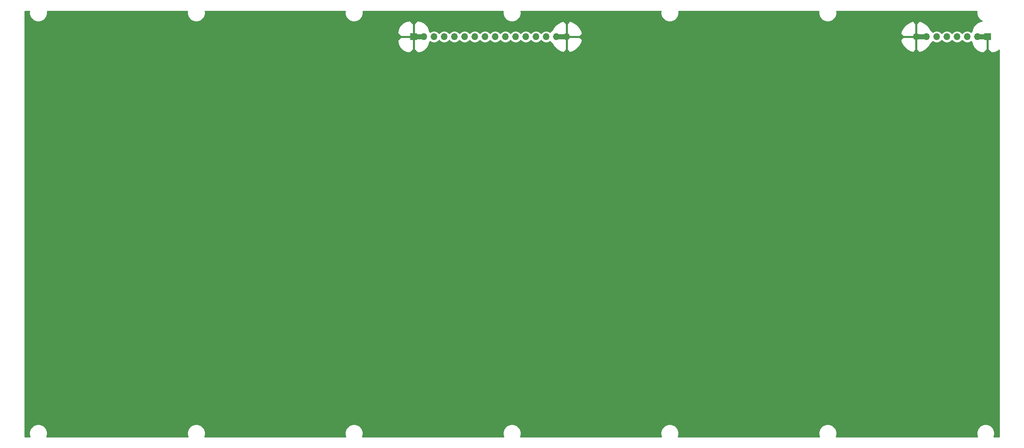
<source format=gtl>
G04 #@! TF.GenerationSoftware,KiCad,Pcbnew,5.1.10*
G04 #@! TF.CreationDate,2021-12-29T16:09:09+01:00*
G04 #@! TF.ProjectId,model_d,6d6f6465-6c5f-4642-9e6b-696361645f70,rev?*
G04 #@! TF.SameCoordinates,Original*
G04 #@! TF.FileFunction,Copper,L1,Top*
G04 #@! TF.FilePolarity,Positive*
%FSLAX46Y46*%
G04 Gerber Fmt 4.6, Leading zero omitted, Abs format (unit mm)*
G04 Created by KiCad (PCBNEW 5.1.10) date 2021-12-29 16:09:09*
%MOMM*%
%LPD*%
G01*
G04 APERTURE LIST*
G04 #@! TA.AperFunction,ComponentPad*
%ADD10O,1.700000X1.700000*%
G04 #@! TD*
G04 #@! TA.AperFunction,ComponentPad*
%ADD11R,1.700000X1.700000*%
G04 #@! TD*
G04 #@! TA.AperFunction,ViaPad*
%ADD12C,0.800000*%
G04 #@! TD*
G04 #@! TA.AperFunction,Conductor*
%ADD13C,1.300000*%
G04 #@! TD*
G04 #@! TA.AperFunction,Conductor*
%ADD14C,0.254000*%
G04 #@! TD*
G04 #@! TA.AperFunction,Conductor*
%ADD15C,0.100000*%
G04 #@! TD*
G04 APERTURE END LIST*
D10*
X245220000Y-36000000D03*
X247760000Y-36000000D03*
X250300000Y-36000000D03*
X252840000Y-36000000D03*
X255380000Y-36000000D03*
X257920000Y-36000000D03*
X260460000Y-36000000D03*
D11*
X263000000Y-36000000D03*
D10*
X158100000Y-36000000D03*
X155560000Y-36000000D03*
X153020000Y-36000000D03*
X150480000Y-36000000D03*
X147940000Y-36000000D03*
X145400000Y-36000000D03*
X142860000Y-36000000D03*
X140320000Y-36000000D03*
X137780000Y-36000000D03*
X135240000Y-36000000D03*
X132700000Y-36000000D03*
X130160000Y-36000000D03*
X127620000Y-36000000D03*
X125080000Y-36000000D03*
X122540000Y-36000000D03*
D11*
X120000000Y-36000000D03*
D12*
X30000000Y-40000000D03*
X30000000Y-50000000D03*
X30000000Y-60000000D03*
X30000000Y-70000000D03*
X30000000Y-80000000D03*
X30000000Y-90000000D03*
X30000000Y-100000000D03*
X30000000Y-110000000D03*
X30000000Y-120000000D03*
X40000000Y-40000000D03*
X40000000Y-50000000D03*
X40000000Y-60000000D03*
X40000000Y-70000000D03*
X40000000Y-80000000D03*
X40000000Y-90000000D03*
X40000000Y-100000000D03*
X40000000Y-110000000D03*
X40000000Y-120000000D03*
X50000000Y-40000000D03*
X50000000Y-50000000D03*
X50000000Y-60000000D03*
X50000000Y-70000000D03*
X50000000Y-80000000D03*
X50000000Y-90000000D03*
X50000000Y-100000000D03*
X50000000Y-110000000D03*
X50000000Y-120000000D03*
X70000000Y-110000000D03*
X80000000Y-120000000D03*
X60000000Y-40000000D03*
X80000000Y-100000000D03*
X60000000Y-110000000D03*
X80000000Y-50000000D03*
X60000000Y-80000000D03*
X60000000Y-100000000D03*
X60000000Y-60000000D03*
X60000000Y-70000000D03*
X80000000Y-70000000D03*
X70000000Y-80000000D03*
X80000000Y-110000000D03*
X80000000Y-40000000D03*
X70000000Y-100000000D03*
X70000000Y-40000000D03*
X70000000Y-120000000D03*
X80000000Y-60000000D03*
X60000000Y-90000000D03*
X70000000Y-70000000D03*
X70000000Y-50000000D03*
X80000000Y-90000000D03*
X60000000Y-50000000D03*
X80000000Y-80000000D03*
X70000000Y-60000000D03*
X70000000Y-90000000D03*
X60000000Y-120000000D03*
X100000000Y-110000000D03*
X110000000Y-120000000D03*
X90000000Y-40000000D03*
X130000000Y-50000000D03*
X140000000Y-60000000D03*
X140000000Y-40000000D03*
X110000000Y-100000000D03*
X120000000Y-50000000D03*
X90000000Y-110000000D03*
X110000000Y-50000000D03*
X140000000Y-80000000D03*
X130000000Y-120000000D03*
X90000000Y-80000000D03*
X140000000Y-110000000D03*
X130000000Y-60000000D03*
X90000000Y-100000000D03*
X130000000Y-90000000D03*
X90000000Y-60000000D03*
X140000000Y-70000000D03*
X90000000Y-70000000D03*
X110000000Y-70000000D03*
X130000000Y-40000000D03*
X130000000Y-100000000D03*
X100000000Y-80000000D03*
X110000000Y-110000000D03*
X140000000Y-100000000D03*
X110000000Y-40000000D03*
X100000000Y-100000000D03*
X100000000Y-40000000D03*
X130000000Y-80000000D03*
X130000000Y-110000000D03*
X130000000Y-70000000D03*
X100000000Y-120000000D03*
X110000000Y-60000000D03*
X90000000Y-90000000D03*
X120000000Y-100000000D03*
X120000000Y-60000000D03*
X100000000Y-70000000D03*
X120000000Y-110000000D03*
X120000000Y-70000000D03*
X100000000Y-50000000D03*
X120000000Y-80000000D03*
X140000000Y-50000000D03*
X120000000Y-40000000D03*
X140000000Y-120000000D03*
X120000000Y-90000000D03*
X140000000Y-90000000D03*
X110000000Y-90000000D03*
X90000000Y-50000000D03*
X110000000Y-80000000D03*
X100000000Y-60000000D03*
X100000000Y-90000000D03*
X90000000Y-120000000D03*
X120000000Y-120000000D03*
X160000000Y-110000000D03*
X230000000Y-120000000D03*
X240000000Y-40000000D03*
X230000000Y-60000000D03*
X170000000Y-120000000D03*
X260000000Y-70000000D03*
X150000000Y-40000000D03*
X240000000Y-100000000D03*
X190000000Y-50000000D03*
X220000000Y-50000000D03*
X250000000Y-100000000D03*
X200000000Y-60000000D03*
X200000000Y-40000000D03*
X170000000Y-100000000D03*
X250000000Y-40000000D03*
X180000000Y-50000000D03*
X150000000Y-110000000D03*
X170000000Y-50000000D03*
X200000000Y-80000000D03*
X190000000Y-120000000D03*
X150000000Y-80000000D03*
X200000000Y-110000000D03*
X250000000Y-50000000D03*
X210000000Y-90000000D03*
X190000000Y-60000000D03*
X210000000Y-70000000D03*
X260000000Y-120000000D03*
X150000000Y-100000000D03*
X190000000Y-90000000D03*
X230000000Y-70000000D03*
X150000000Y-60000000D03*
X240000000Y-70000000D03*
X210000000Y-100000000D03*
X210000000Y-60000000D03*
X240000000Y-60000000D03*
X200000000Y-70000000D03*
X150000000Y-70000000D03*
X170000000Y-70000000D03*
X190000000Y-40000000D03*
X260000000Y-110000000D03*
X220000000Y-70000000D03*
X210000000Y-40000000D03*
X220000000Y-110000000D03*
X220000000Y-90000000D03*
X250000000Y-90000000D03*
X190000000Y-100000000D03*
X160000000Y-80000000D03*
X210000000Y-50000000D03*
X170000000Y-110000000D03*
X200000000Y-100000000D03*
X220000000Y-60000000D03*
X170000000Y-40000000D03*
X160000000Y-100000000D03*
X160000000Y-40000000D03*
X190000000Y-80000000D03*
X190000000Y-110000000D03*
X190000000Y-70000000D03*
X160000000Y-120000000D03*
X170000000Y-60000000D03*
X150000000Y-90000000D03*
X260000000Y-50000000D03*
X230000000Y-80000000D03*
X230000000Y-50000000D03*
X240000000Y-50000000D03*
X220000000Y-80000000D03*
X180000000Y-100000000D03*
X230000000Y-100000000D03*
X260000000Y-40000000D03*
X210000000Y-80000000D03*
X240000000Y-110000000D03*
X240000000Y-80000000D03*
X230000000Y-90000000D03*
X180000000Y-60000000D03*
X160000000Y-70000000D03*
X250000000Y-110000000D03*
X260000000Y-90000000D03*
X180000000Y-110000000D03*
X180000000Y-70000000D03*
X160000000Y-50000000D03*
X220000000Y-100000000D03*
X240000000Y-90000000D03*
X180000000Y-80000000D03*
X200000000Y-50000000D03*
X180000000Y-40000000D03*
X230000000Y-40000000D03*
X210000000Y-110000000D03*
X200000000Y-120000000D03*
X180000000Y-90000000D03*
X200000000Y-90000000D03*
X250000000Y-70000000D03*
X170000000Y-90000000D03*
X260000000Y-100000000D03*
X250000000Y-80000000D03*
X220000000Y-120000000D03*
X240000000Y-120000000D03*
X260000000Y-60000000D03*
X150000000Y-50000000D03*
X220000000Y-40000000D03*
X210000000Y-120000000D03*
X170000000Y-80000000D03*
X160000000Y-60000000D03*
X160000000Y-90000000D03*
X230000000Y-110000000D03*
X260000000Y-80000000D03*
X150000000Y-120000000D03*
X250000000Y-60000000D03*
X180000000Y-120000000D03*
X250000000Y-120000000D03*
X170000000Y-130000000D03*
X110000000Y-130000000D03*
X50000000Y-130000000D03*
X70000000Y-130000000D03*
X140000000Y-130000000D03*
X40000000Y-130000000D03*
X220000000Y-130000000D03*
X260000000Y-130000000D03*
X180000000Y-130000000D03*
X250000000Y-130000000D03*
X240000000Y-130000000D03*
X160000000Y-130000000D03*
X210000000Y-130000000D03*
X230000000Y-130000000D03*
X150000000Y-130000000D03*
X190000000Y-130000000D03*
X80000000Y-130000000D03*
X200000000Y-130000000D03*
X100000000Y-130000000D03*
X120000000Y-130000000D03*
X90000000Y-130000000D03*
X30000000Y-130000000D03*
X60000000Y-130000000D03*
X130000000Y-130000000D03*
D13*
X120000000Y-36000000D02*
X122540000Y-36000000D01*
X155560000Y-36000000D02*
X158100000Y-36000000D01*
X247760000Y-36000000D02*
X245220000Y-36000000D01*
X260460000Y-36000000D02*
X263000000Y-36000000D01*
D14*
X24265000Y-29779872D02*
X24265000Y-30220128D01*
X24350890Y-30651925D01*
X24519369Y-31058669D01*
X24763962Y-31424729D01*
X25075271Y-31736038D01*
X25441331Y-31980631D01*
X25848075Y-32149110D01*
X26279872Y-32235000D01*
X26720128Y-32235000D01*
X27151925Y-32149110D01*
X27558669Y-31980631D01*
X27924729Y-31736038D01*
X28236038Y-31424729D01*
X28480631Y-31058669D01*
X28649110Y-30651925D01*
X28735000Y-30220128D01*
X28735000Y-29779872D01*
X28704592Y-29627000D01*
X63625408Y-29627000D01*
X63595000Y-29779872D01*
X63595000Y-30220128D01*
X63680890Y-30651925D01*
X63849369Y-31058669D01*
X64093962Y-31424729D01*
X64405271Y-31736038D01*
X64771331Y-31980631D01*
X65178075Y-32149110D01*
X65609872Y-32235000D01*
X66050128Y-32235000D01*
X66481925Y-32149110D01*
X66888669Y-31980631D01*
X67254729Y-31736038D01*
X67566038Y-31424729D01*
X67810631Y-31058669D01*
X67979110Y-30651925D01*
X68065000Y-30220128D01*
X68065000Y-29779872D01*
X68034592Y-29627000D01*
X102955408Y-29627000D01*
X102925000Y-29779872D01*
X102925000Y-30220128D01*
X103010890Y-30651925D01*
X103179369Y-31058669D01*
X103423962Y-31424729D01*
X103735271Y-31736038D01*
X104101331Y-31980631D01*
X104508075Y-32149110D01*
X104939872Y-32235000D01*
X105380128Y-32235000D01*
X105811925Y-32149110D01*
X106218669Y-31980631D01*
X106584729Y-31736038D01*
X106896038Y-31424729D01*
X107140631Y-31058669D01*
X107309110Y-30651925D01*
X107395000Y-30220128D01*
X107395000Y-29779872D01*
X107364592Y-29627000D01*
X142285408Y-29627000D01*
X142255000Y-29779872D01*
X142255000Y-30220128D01*
X142340890Y-30651925D01*
X142509369Y-31058669D01*
X142753962Y-31424729D01*
X143065271Y-31736038D01*
X143431331Y-31980631D01*
X143838075Y-32149110D01*
X144269872Y-32235000D01*
X144710128Y-32235000D01*
X145141925Y-32149110D01*
X145548669Y-31980631D01*
X145914729Y-31736038D01*
X146226038Y-31424729D01*
X146470631Y-31058669D01*
X146639110Y-30651925D01*
X146725000Y-30220128D01*
X146725000Y-29779872D01*
X146694592Y-29627000D01*
X181615408Y-29627000D01*
X181585000Y-29779872D01*
X181585000Y-30220128D01*
X181670890Y-30651925D01*
X181839369Y-31058669D01*
X182083962Y-31424729D01*
X182395271Y-31736038D01*
X182761331Y-31980631D01*
X183168075Y-32149110D01*
X183599872Y-32235000D01*
X184040128Y-32235000D01*
X184471925Y-32149110D01*
X184878669Y-31980631D01*
X185244729Y-31736038D01*
X185556038Y-31424729D01*
X185800631Y-31058669D01*
X185969110Y-30651925D01*
X186055000Y-30220128D01*
X186055000Y-29779872D01*
X186024592Y-29627000D01*
X220945408Y-29627000D01*
X220915000Y-29779872D01*
X220915000Y-30220128D01*
X221000890Y-30651925D01*
X221169369Y-31058669D01*
X221413962Y-31424729D01*
X221725271Y-31736038D01*
X222091331Y-31980631D01*
X222498075Y-32149110D01*
X222929872Y-32235000D01*
X223370128Y-32235000D01*
X223801925Y-32149110D01*
X224208669Y-31980631D01*
X224574729Y-31736038D01*
X224886038Y-31424729D01*
X225130631Y-31058669D01*
X225299110Y-30651925D01*
X225385000Y-30220128D01*
X225385000Y-29779872D01*
X225354592Y-29627000D01*
X260295408Y-29627000D01*
X260265000Y-29779872D01*
X260265000Y-30220128D01*
X260350890Y-30651925D01*
X260519369Y-31058669D01*
X260763962Y-31424729D01*
X261075271Y-31736038D01*
X261441331Y-31980631D01*
X261626214Y-32057212D01*
X261574552Y-32061013D01*
X260982977Y-32232631D01*
X260436251Y-32516363D01*
X259955383Y-32901303D01*
X259558853Y-33372660D01*
X259261899Y-33912318D01*
X259075934Y-34499541D01*
X259066663Y-34603177D01*
X258860238Y-34842253D01*
X258623411Y-34684010D01*
X258353158Y-34572068D01*
X258066260Y-34515000D01*
X257773740Y-34515000D01*
X257486842Y-34572068D01*
X257216589Y-34684010D01*
X256973368Y-34846525D01*
X256766525Y-35053368D01*
X256650000Y-35227760D01*
X256533475Y-35053368D01*
X256326632Y-34846525D01*
X256083411Y-34684010D01*
X255813158Y-34572068D01*
X255526260Y-34515000D01*
X255233740Y-34515000D01*
X254946842Y-34572068D01*
X254676589Y-34684010D01*
X254433368Y-34846525D01*
X254226525Y-35053368D01*
X254110000Y-35227760D01*
X253993475Y-35053368D01*
X253786632Y-34846525D01*
X253543411Y-34684010D01*
X253273158Y-34572068D01*
X252986260Y-34515000D01*
X252693740Y-34515000D01*
X252406842Y-34572068D01*
X252136589Y-34684010D01*
X251893368Y-34846525D01*
X251686525Y-35053368D01*
X251570000Y-35227760D01*
X251453475Y-35053368D01*
X251246632Y-34846525D01*
X251003411Y-34684010D01*
X250733158Y-34572068D01*
X250446260Y-34515000D01*
X250153740Y-34515000D01*
X249866842Y-34572068D01*
X249596589Y-34684010D01*
X249359762Y-34842253D01*
X249122552Y-34567522D01*
X248816908Y-34329226D01*
X248811601Y-34326558D01*
X248542864Y-33814797D01*
X248052704Y-33208526D01*
X247453685Y-32709530D01*
X246768827Y-32336985D01*
X246024448Y-32105208D01*
X245967259Y-32093834D01*
X245347000Y-32807275D01*
X245347000Y-35873000D01*
X245367000Y-35873000D01*
X245367000Y-36127000D01*
X245347000Y-36127000D01*
X245347000Y-39192725D01*
X245967259Y-39906166D01*
X246024448Y-39894792D01*
X246768827Y-39663015D01*
X247453685Y-39290470D01*
X248052704Y-38791474D01*
X248542864Y-38185203D01*
X248811601Y-37673442D01*
X248816908Y-37670774D01*
X249122552Y-37432478D01*
X249359762Y-37157747D01*
X249596589Y-37315990D01*
X249866842Y-37427932D01*
X250153740Y-37485000D01*
X250446260Y-37485000D01*
X250733158Y-37427932D01*
X251003411Y-37315990D01*
X251246632Y-37153475D01*
X251453475Y-36946632D01*
X251570000Y-36772240D01*
X251686525Y-36946632D01*
X251893368Y-37153475D01*
X252136589Y-37315990D01*
X252406842Y-37427932D01*
X252693740Y-37485000D01*
X252986260Y-37485000D01*
X253273158Y-37427932D01*
X253543411Y-37315990D01*
X253786632Y-37153475D01*
X253993475Y-36946632D01*
X254110000Y-36772240D01*
X254226525Y-36946632D01*
X254433368Y-37153475D01*
X254676589Y-37315990D01*
X254946842Y-37427932D01*
X255233740Y-37485000D01*
X255526260Y-37485000D01*
X255813158Y-37427932D01*
X256083411Y-37315990D01*
X256326632Y-37153475D01*
X256533475Y-36946632D01*
X256650000Y-36772240D01*
X256766525Y-36946632D01*
X256973368Y-37153475D01*
X257216589Y-37315990D01*
X257486842Y-37427932D01*
X257773740Y-37485000D01*
X258066260Y-37485000D01*
X258353158Y-37427932D01*
X258623411Y-37315990D01*
X258860238Y-37157747D01*
X259066663Y-37396823D01*
X259075934Y-37500459D01*
X259261899Y-38087682D01*
X259558853Y-38627340D01*
X259955383Y-39098697D01*
X260436251Y-39483637D01*
X260982977Y-39767369D01*
X261574552Y-39938987D01*
X262091250Y-39977000D01*
X262873000Y-39195250D01*
X262873000Y-36127000D01*
X262853000Y-36127000D01*
X262853000Y-35873000D01*
X262873000Y-35873000D01*
X262873000Y-35853000D01*
X263127000Y-35853000D01*
X263127000Y-35873000D01*
X263147000Y-35873000D01*
X263147000Y-36127000D01*
X263127000Y-36127000D01*
X263127000Y-39195250D01*
X263908750Y-39977000D01*
X264425448Y-39938987D01*
X265017023Y-39767369D01*
X265563749Y-39483637D01*
X265840000Y-39262495D01*
X265840001Y-135873000D01*
X264557538Y-135873000D01*
X264649110Y-135651925D01*
X264735000Y-135220128D01*
X264735000Y-134779872D01*
X264649110Y-134348075D01*
X264480631Y-133941331D01*
X264236038Y-133575271D01*
X263924729Y-133263962D01*
X263558669Y-133019369D01*
X263151925Y-132850890D01*
X262720128Y-132765000D01*
X262279872Y-132765000D01*
X261848075Y-132850890D01*
X261441331Y-133019369D01*
X261075271Y-133263962D01*
X260763962Y-133575271D01*
X260519369Y-133941331D01*
X260350890Y-134348075D01*
X260265000Y-134779872D01*
X260265000Y-135220128D01*
X260350890Y-135651925D01*
X260442462Y-135873000D01*
X225207538Y-135873000D01*
X225299110Y-135651925D01*
X225385000Y-135220128D01*
X225385000Y-134779872D01*
X225299110Y-134348075D01*
X225130631Y-133941331D01*
X224886038Y-133575271D01*
X224574729Y-133263962D01*
X224208669Y-133019369D01*
X223801925Y-132850890D01*
X223370128Y-132765000D01*
X222929872Y-132765000D01*
X222498075Y-132850890D01*
X222091331Y-133019369D01*
X221725271Y-133263962D01*
X221413962Y-133575271D01*
X221169369Y-133941331D01*
X221000890Y-134348075D01*
X220915000Y-134779872D01*
X220915000Y-135220128D01*
X221000890Y-135651925D01*
X221092462Y-135873000D01*
X185877538Y-135873000D01*
X185969110Y-135651925D01*
X186055000Y-135220128D01*
X186055000Y-134779872D01*
X185969110Y-134348075D01*
X185800631Y-133941331D01*
X185556038Y-133575271D01*
X185244729Y-133263962D01*
X184878669Y-133019369D01*
X184471925Y-132850890D01*
X184040128Y-132765000D01*
X183599872Y-132765000D01*
X183168075Y-132850890D01*
X182761331Y-133019369D01*
X182395271Y-133263962D01*
X182083962Y-133575271D01*
X181839369Y-133941331D01*
X181670890Y-134348075D01*
X181585000Y-134779872D01*
X181585000Y-135220128D01*
X181670890Y-135651925D01*
X181762462Y-135873000D01*
X146547538Y-135873000D01*
X146639110Y-135651925D01*
X146725000Y-135220128D01*
X146725000Y-134779872D01*
X146639110Y-134348075D01*
X146470631Y-133941331D01*
X146226038Y-133575271D01*
X145914729Y-133263962D01*
X145548669Y-133019369D01*
X145141925Y-132850890D01*
X144710128Y-132765000D01*
X144269872Y-132765000D01*
X143838075Y-132850890D01*
X143431331Y-133019369D01*
X143065271Y-133263962D01*
X142753962Y-133575271D01*
X142509369Y-133941331D01*
X142340890Y-134348075D01*
X142255000Y-134779872D01*
X142255000Y-135220128D01*
X142340890Y-135651925D01*
X142432462Y-135873000D01*
X107217538Y-135873000D01*
X107309110Y-135651925D01*
X107395000Y-135220128D01*
X107395000Y-134779872D01*
X107309110Y-134348075D01*
X107140631Y-133941331D01*
X106896038Y-133575271D01*
X106584729Y-133263962D01*
X106218669Y-133019369D01*
X105811925Y-132850890D01*
X105380128Y-132765000D01*
X104939872Y-132765000D01*
X104508075Y-132850890D01*
X104101331Y-133019369D01*
X103735271Y-133263962D01*
X103423962Y-133575271D01*
X103179369Y-133941331D01*
X103010890Y-134348075D01*
X102925000Y-134779872D01*
X102925000Y-135220128D01*
X103010890Y-135651925D01*
X103102462Y-135873000D01*
X67887538Y-135873000D01*
X67979110Y-135651925D01*
X68065000Y-135220128D01*
X68065000Y-134779872D01*
X67979110Y-134348075D01*
X67810631Y-133941331D01*
X67566038Y-133575271D01*
X67254729Y-133263962D01*
X66888669Y-133019369D01*
X66481925Y-132850890D01*
X66050128Y-132765000D01*
X65609872Y-132765000D01*
X65178075Y-132850890D01*
X64771331Y-133019369D01*
X64405271Y-133263962D01*
X64093962Y-133575271D01*
X63849369Y-133941331D01*
X63680890Y-134348075D01*
X63595000Y-134779872D01*
X63595000Y-135220128D01*
X63680890Y-135651925D01*
X63772462Y-135873000D01*
X28557538Y-135873000D01*
X28649110Y-135651925D01*
X28735000Y-135220128D01*
X28735000Y-134779872D01*
X28649110Y-134348075D01*
X28480631Y-133941331D01*
X28236038Y-133575271D01*
X27924729Y-133263962D01*
X27558669Y-133019369D01*
X27151925Y-132850890D01*
X26720128Y-132765000D01*
X26279872Y-132765000D01*
X25848075Y-132850890D01*
X25441331Y-133019369D01*
X25075271Y-133263962D01*
X24763962Y-133575271D01*
X24519369Y-133941331D01*
X24350890Y-134348075D01*
X24265000Y-134779872D01*
X24265000Y-135220128D01*
X24350890Y-135651925D01*
X24442462Y-135873000D01*
X23160000Y-135873000D01*
X23160000Y-36908750D01*
X116023000Y-36908750D01*
X116075934Y-37500459D01*
X116261899Y-38087682D01*
X116558853Y-38627340D01*
X116955383Y-39098697D01*
X117436251Y-39483637D01*
X117982977Y-39767369D01*
X118574552Y-39938987D01*
X119091250Y-39977000D01*
X119873000Y-39195250D01*
X119873000Y-36127000D01*
X116804750Y-36127000D01*
X116023000Y-36908750D01*
X23160000Y-36908750D01*
X23160000Y-35091250D01*
X116023000Y-35091250D01*
X116804750Y-35873000D01*
X119873000Y-35873000D01*
X119873000Y-32804750D01*
X120127000Y-32804750D01*
X120127000Y-35873000D01*
X120147000Y-35873000D01*
X120147000Y-36127000D01*
X120127000Y-36127000D01*
X120127000Y-39195250D01*
X120908750Y-39977000D01*
X121425448Y-39938987D01*
X122017023Y-39767369D01*
X122563749Y-39483637D01*
X123044617Y-39098697D01*
X123441147Y-38627340D01*
X123738101Y-38087682D01*
X123924066Y-37500459D01*
X123933337Y-37396823D01*
X124139762Y-37157747D01*
X124376589Y-37315990D01*
X124646842Y-37427932D01*
X124933740Y-37485000D01*
X125226260Y-37485000D01*
X125513158Y-37427932D01*
X125783411Y-37315990D01*
X126026632Y-37153475D01*
X126233475Y-36946632D01*
X126350000Y-36772240D01*
X126466525Y-36946632D01*
X126673368Y-37153475D01*
X126916589Y-37315990D01*
X127186842Y-37427932D01*
X127473740Y-37485000D01*
X127766260Y-37485000D01*
X128053158Y-37427932D01*
X128323411Y-37315990D01*
X128566632Y-37153475D01*
X128773475Y-36946632D01*
X128890000Y-36772240D01*
X129006525Y-36946632D01*
X129213368Y-37153475D01*
X129456589Y-37315990D01*
X129726842Y-37427932D01*
X130013740Y-37485000D01*
X130306260Y-37485000D01*
X130593158Y-37427932D01*
X130863411Y-37315990D01*
X131106632Y-37153475D01*
X131313475Y-36946632D01*
X131430000Y-36772240D01*
X131546525Y-36946632D01*
X131753368Y-37153475D01*
X131996589Y-37315990D01*
X132266842Y-37427932D01*
X132553740Y-37485000D01*
X132846260Y-37485000D01*
X133133158Y-37427932D01*
X133403411Y-37315990D01*
X133646632Y-37153475D01*
X133853475Y-36946632D01*
X133970000Y-36772240D01*
X134086525Y-36946632D01*
X134293368Y-37153475D01*
X134536589Y-37315990D01*
X134806842Y-37427932D01*
X135093740Y-37485000D01*
X135386260Y-37485000D01*
X135673158Y-37427932D01*
X135943411Y-37315990D01*
X136186632Y-37153475D01*
X136393475Y-36946632D01*
X136510000Y-36772240D01*
X136626525Y-36946632D01*
X136833368Y-37153475D01*
X137076589Y-37315990D01*
X137346842Y-37427932D01*
X137633740Y-37485000D01*
X137926260Y-37485000D01*
X138213158Y-37427932D01*
X138483411Y-37315990D01*
X138726632Y-37153475D01*
X138933475Y-36946632D01*
X139050000Y-36772240D01*
X139166525Y-36946632D01*
X139373368Y-37153475D01*
X139616589Y-37315990D01*
X139886842Y-37427932D01*
X140173740Y-37485000D01*
X140466260Y-37485000D01*
X140753158Y-37427932D01*
X141023411Y-37315990D01*
X141266632Y-37153475D01*
X141473475Y-36946632D01*
X141590000Y-36772240D01*
X141706525Y-36946632D01*
X141913368Y-37153475D01*
X142156589Y-37315990D01*
X142426842Y-37427932D01*
X142713740Y-37485000D01*
X143006260Y-37485000D01*
X143293158Y-37427932D01*
X143563411Y-37315990D01*
X143806632Y-37153475D01*
X144013475Y-36946632D01*
X144130000Y-36772240D01*
X144246525Y-36946632D01*
X144453368Y-37153475D01*
X144696589Y-37315990D01*
X144966842Y-37427932D01*
X145253740Y-37485000D01*
X145546260Y-37485000D01*
X145833158Y-37427932D01*
X146103411Y-37315990D01*
X146346632Y-37153475D01*
X146553475Y-36946632D01*
X146670000Y-36772240D01*
X146786525Y-36946632D01*
X146993368Y-37153475D01*
X147236589Y-37315990D01*
X147506842Y-37427932D01*
X147793740Y-37485000D01*
X148086260Y-37485000D01*
X148373158Y-37427932D01*
X148643411Y-37315990D01*
X148886632Y-37153475D01*
X149093475Y-36946632D01*
X149210000Y-36772240D01*
X149326525Y-36946632D01*
X149533368Y-37153475D01*
X149776589Y-37315990D01*
X150046842Y-37427932D01*
X150333740Y-37485000D01*
X150626260Y-37485000D01*
X150913158Y-37427932D01*
X151183411Y-37315990D01*
X151426632Y-37153475D01*
X151633475Y-36946632D01*
X151750000Y-36772240D01*
X151866525Y-36946632D01*
X152073368Y-37153475D01*
X152316589Y-37315990D01*
X152586842Y-37427932D01*
X152873740Y-37485000D01*
X153166260Y-37485000D01*
X153453158Y-37427932D01*
X153723411Y-37315990D01*
X153960238Y-37157747D01*
X154197448Y-37432478D01*
X154503092Y-37670774D01*
X154508399Y-37673442D01*
X154777136Y-38185203D01*
X155267296Y-38791474D01*
X155866315Y-39290470D01*
X156551173Y-39663015D01*
X157295552Y-39894792D01*
X157352741Y-39906166D01*
X157973000Y-39192725D01*
X157973000Y-36127000D01*
X158227000Y-36127000D01*
X158227000Y-39192725D01*
X158847259Y-39906166D01*
X158904448Y-39894792D01*
X159648827Y-39663015D01*
X160333685Y-39290470D01*
X160932704Y-38791474D01*
X161422864Y-38185203D01*
X161785328Y-37494956D01*
X162006167Y-36747259D01*
X241313833Y-36747259D01*
X241534672Y-37494956D01*
X241897136Y-38185203D01*
X242387296Y-38791474D01*
X242986315Y-39290470D01*
X243671173Y-39663015D01*
X244415552Y-39894792D01*
X244472741Y-39906166D01*
X245093000Y-39192725D01*
X245093000Y-36127000D01*
X242026777Y-36127000D01*
X241313833Y-36747259D01*
X162006167Y-36747259D01*
X161293223Y-36127000D01*
X158227000Y-36127000D01*
X157973000Y-36127000D01*
X157953000Y-36127000D01*
X157953000Y-35873000D01*
X157973000Y-35873000D01*
X157973000Y-32807275D01*
X158227000Y-32807275D01*
X158227000Y-35873000D01*
X161293223Y-35873000D01*
X162006167Y-35252741D01*
X241313833Y-35252741D01*
X242026777Y-35873000D01*
X245093000Y-35873000D01*
X245093000Y-32807275D01*
X244472741Y-32093834D01*
X244415552Y-32105208D01*
X243671173Y-32336985D01*
X242986315Y-32709530D01*
X242387296Y-33208526D01*
X241897136Y-33814797D01*
X241534672Y-34505044D01*
X241313833Y-35252741D01*
X162006167Y-35252741D01*
X161785328Y-34505044D01*
X161422864Y-33814797D01*
X160932704Y-33208526D01*
X160333685Y-32709530D01*
X159648827Y-32336985D01*
X158904448Y-32105208D01*
X158847259Y-32093834D01*
X158227000Y-32807275D01*
X157973000Y-32807275D01*
X157352741Y-32093834D01*
X157295552Y-32105208D01*
X156551173Y-32336985D01*
X155866315Y-32709530D01*
X155267296Y-33208526D01*
X154777136Y-33814797D01*
X154508399Y-34326558D01*
X154503092Y-34329226D01*
X154197448Y-34567522D01*
X153960238Y-34842253D01*
X153723411Y-34684010D01*
X153453158Y-34572068D01*
X153166260Y-34515000D01*
X152873740Y-34515000D01*
X152586842Y-34572068D01*
X152316589Y-34684010D01*
X152073368Y-34846525D01*
X151866525Y-35053368D01*
X151750000Y-35227760D01*
X151633475Y-35053368D01*
X151426632Y-34846525D01*
X151183411Y-34684010D01*
X150913158Y-34572068D01*
X150626260Y-34515000D01*
X150333740Y-34515000D01*
X150046842Y-34572068D01*
X149776589Y-34684010D01*
X149533368Y-34846525D01*
X149326525Y-35053368D01*
X149210000Y-35227760D01*
X149093475Y-35053368D01*
X148886632Y-34846525D01*
X148643411Y-34684010D01*
X148373158Y-34572068D01*
X148086260Y-34515000D01*
X147793740Y-34515000D01*
X147506842Y-34572068D01*
X147236589Y-34684010D01*
X146993368Y-34846525D01*
X146786525Y-35053368D01*
X146670000Y-35227760D01*
X146553475Y-35053368D01*
X146346632Y-34846525D01*
X146103411Y-34684010D01*
X145833158Y-34572068D01*
X145546260Y-34515000D01*
X145253740Y-34515000D01*
X144966842Y-34572068D01*
X144696589Y-34684010D01*
X144453368Y-34846525D01*
X144246525Y-35053368D01*
X144130000Y-35227760D01*
X144013475Y-35053368D01*
X143806632Y-34846525D01*
X143563411Y-34684010D01*
X143293158Y-34572068D01*
X143006260Y-34515000D01*
X142713740Y-34515000D01*
X142426842Y-34572068D01*
X142156589Y-34684010D01*
X141913368Y-34846525D01*
X141706525Y-35053368D01*
X141590000Y-35227760D01*
X141473475Y-35053368D01*
X141266632Y-34846525D01*
X141023411Y-34684010D01*
X140753158Y-34572068D01*
X140466260Y-34515000D01*
X140173740Y-34515000D01*
X139886842Y-34572068D01*
X139616589Y-34684010D01*
X139373368Y-34846525D01*
X139166525Y-35053368D01*
X139050000Y-35227760D01*
X138933475Y-35053368D01*
X138726632Y-34846525D01*
X138483411Y-34684010D01*
X138213158Y-34572068D01*
X137926260Y-34515000D01*
X137633740Y-34515000D01*
X137346842Y-34572068D01*
X137076589Y-34684010D01*
X136833368Y-34846525D01*
X136626525Y-35053368D01*
X136510000Y-35227760D01*
X136393475Y-35053368D01*
X136186632Y-34846525D01*
X135943411Y-34684010D01*
X135673158Y-34572068D01*
X135386260Y-34515000D01*
X135093740Y-34515000D01*
X134806842Y-34572068D01*
X134536589Y-34684010D01*
X134293368Y-34846525D01*
X134086525Y-35053368D01*
X133970000Y-35227760D01*
X133853475Y-35053368D01*
X133646632Y-34846525D01*
X133403411Y-34684010D01*
X133133158Y-34572068D01*
X132846260Y-34515000D01*
X132553740Y-34515000D01*
X132266842Y-34572068D01*
X131996589Y-34684010D01*
X131753368Y-34846525D01*
X131546525Y-35053368D01*
X131430000Y-35227760D01*
X131313475Y-35053368D01*
X131106632Y-34846525D01*
X130863411Y-34684010D01*
X130593158Y-34572068D01*
X130306260Y-34515000D01*
X130013740Y-34515000D01*
X129726842Y-34572068D01*
X129456589Y-34684010D01*
X129213368Y-34846525D01*
X129006525Y-35053368D01*
X128890000Y-35227760D01*
X128773475Y-35053368D01*
X128566632Y-34846525D01*
X128323411Y-34684010D01*
X128053158Y-34572068D01*
X127766260Y-34515000D01*
X127473740Y-34515000D01*
X127186842Y-34572068D01*
X126916589Y-34684010D01*
X126673368Y-34846525D01*
X126466525Y-35053368D01*
X126350000Y-35227760D01*
X126233475Y-35053368D01*
X126026632Y-34846525D01*
X125783411Y-34684010D01*
X125513158Y-34572068D01*
X125226260Y-34515000D01*
X124933740Y-34515000D01*
X124646842Y-34572068D01*
X124376589Y-34684010D01*
X124139762Y-34842253D01*
X123933337Y-34603177D01*
X123924066Y-34499541D01*
X123738101Y-33912318D01*
X123441147Y-33372660D01*
X123044617Y-32901303D01*
X122563749Y-32516363D01*
X122017023Y-32232631D01*
X121425448Y-32061013D01*
X120908750Y-32023000D01*
X120127000Y-32804750D01*
X119873000Y-32804750D01*
X119091250Y-32023000D01*
X118574552Y-32061013D01*
X117982977Y-32232631D01*
X117436251Y-32516363D01*
X116955383Y-32901303D01*
X116558853Y-33372660D01*
X116261899Y-33912318D01*
X116075934Y-34499541D01*
X116023000Y-35091250D01*
X23160000Y-35091250D01*
X23160000Y-29627000D01*
X24295408Y-29627000D01*
X24265000Y-29779872D01*
G04 #@! TA.AperFunction,Conductor*
D15*
G36*
X24265000Y-29779872D02*
G01*
X24265000Y-30220128D01*
X24350890Y-30651925D01*
X24519369Y-31058669D01*
X24763962Y-31424729D01*
X25075271Y-31736038D01*
X25441331Y-31980631D01*
X25848075Y-32149110D01*
X26279872Y-32235000D01*
X26720128Y-32235000D01*
X27151925Y-32149110D01*
X27558669Y-31980631D01*
X27924729Y-31736038D01*
X28236038Y-31424729D01*
X28480631Y-31058669D01*
X28649110Y-30651925D01*
X28735000Y-30220128D01*
X28735000Y-29779872D01*
X28704592Y-29627000D01*
X63625408Y-29627000D01*
X63595000Y-29779872D01*
X63595000Y-30220128D01*
X63680890Y-30651925D01*
X63849369Y-31058669D01*
X64093962Y-31424729D01*
X64405271Y-31736038D01*
X64771331Y-31980631D01*
X65178075Y-32149110D01*
X65609872Y-32235000D01*
X66050128Y-32235000D01*
X66481925Y-32149110D01*
X66888669Y-31980631D01*
X67254729Y-31736038D01*
X67566038Y-31424729D01*
X67810631Y-31058669D01*
X67979110Y-30651925D01*
X68065000Y-30220128D01*
X68065000Y-29779872D01*
X68034592Y-29627000D01*
X102955408Y-29627000D01*
X102925000Y-29779872D01*
X102925000Y-30220128D01*
X103010890Y-30651925D01*
X103179369Y-31058669D01*
X103423962Y-31424729D01*
X103735271Y-31736038D01*
X104101331Y-31980631D01*
X104508075Y-32149110D01*
X104939872Y-32235000D01*
X105380128Y-32235000D01*
X105811925Y-32149110D01*
X106218669Y-31980631D01*
X106584729Y-31736038D01*
X106896038Y-31424729D01*
X107140631Y-31058669D01*
X107309110Y-30651925D01*
X107395000Y-30220128D01*
X107395000Y-29779872D01*
X107364592Y-29627000D01*
X142285408Y-29627000D01*
X142255000Y-29779872D01*
X142255000Y-30220128D01*
X142340890Y-30651925D01*
X142509369Y-31058669D01*
X142753962Y-31424729D01*
X143065271Y-31736038D01*
X143431331Y-31980631D01*
X143838075Y-32149110D01*
X144269872Y-32235000D01*
X144710128Y-32235000D01*
X145141925Y-32149110D01*
X145548669Y-31980631D01*
X145914729Y-31736038D01*
X146226038Y-31424729D01*
X146470631Y-31058669D01*
X146639110Y-30651925D01*
X146725000Y-30220128D01*
X146725000Y-29779872D01*
X146694592Y-29627000D01*
X181615408Y-29627000D01*
X181585000Y-29779872D01*
X181585000Y-30220128D01*
X181670890Y-30651925D01*
X181839369Y-31058669D01*
X182083962Y-31424729D01*
X182395271Y-31736038D01*
X182761331Y-31980631D01*
X183168075Y-32149110D01*
X183599872Y-32235000D01*
X184040128Y-32235000D01*
X184471925Y-32149110D01*
X184878669Y-31980631D01*
X185244729Y-31736038D01*
X185556038Y-31424729D01*
X185800631Y-31058669D01*
X185969110Y-30651925D01*
X186055000Y-30220128D01*
X186055000Y-29779872D01*
X186024592Y-29627000D01*
X220945408Y-29627000D01*
X220915000Y-29779872D01*
X220915000Y-30220128D01*
X221000890Y-30651925D01*
X221169369Y-31058669D01*
X221413962Y-31424729D01*
X221725271Y-31736038D01*
X222091331Y-31980631D01*
X222498075Y-32149110D01*
X222929872Y-32235000D01*
X223370128Y-32235000D01*
X223801925Y-32149110D01*
X224208669Y-31980631D01*
X224574729Y-31736038D01*
X224886038Y-31424729D01*
X225130631Y-31058669D01*
X225299110Y-30651925D01*
X225385000Y-30220128D01*
X225385000Y-29779872D01*
X225354592Y-29627000D01*
X260295408Y-29627000D01*
X260265000Y-29779872D01*
X260265000Y-30220128D01*
X260350890Y-30651925D01*
X260519369Y-31058669D01*
X260763962Y-31424729D01*
X261075271Y-31736038D01*
X261441331Y-31980631D01*
X261626214Y-32057212D01*
X261574552Y-32061013D01*
X260982977Y-32232631D01*
X260436251Y-32516363D01*
X259955383Y-32901303D01*
X259558853Y-33372660D01*
X259261899Y-33912318D01*
X259075934Y-34499541D01*
X259066663Y-34603177D01*
X258860238Y-34842253D01*
X258623411Y-34684010D01*
X258353158Y-34572068D01*
X258066260Y-34515000D01*
X257773740Y-34515000D01*
X257486842Y-34572068D01*
X257216589Y-34684010D01*
X256973368Y-34846525D01*
X256766525Y-35053368D01*
X256650000Y-35227760D01*
X256533475Y-35053368D01*
X256326632Y-34846525D01*
X256083411Y-34684010D01*
X255813158Y-34572068D01*
X255526260Y-34515000D01*
X255233740Y-34515000D01*
X254946842Y-34572068D01*
X254676589Y-34684010D01*
X254433368Y-34846525D01*
X254226525Y-35053368D01*
X254110000Y-35227760D01*
X253993475Y-35053368D01*
X253786632Y-34846525D01*
X253543411Y-34684010D01*
X253273158Y-34572068D01*
X252986260Y-34515000D01*
X252693740Y-34515000D01*
X252406842Y-34572068D01*
X252136589Y-34684010D01*
X251893368Y-34846525D01*
X251686525Y-35053368D01*
X251570000Y-35227760D01*
X251453475Y-35053368D01*
X251246632Y-34846525D01*
X251003411Y-34684010D01*
X250733158Y-34572068D01*
X250446260Y-34515000D01*
X250153740Y-34515000D01*
X249866842Y-34572068D01*
X249596589Y-34684010D01*
X249359762Y-34842253D01*
X249122552Y-34567522D01*
X248816908Y-34329226D01*
X248811601Y-34326558D01*
X248542864Y-33814797D01*
X248052704Y-33208526D01*
X247453685Y-32709530D01*
X246768827Y-32336985D01*
X246024448Y-32105208D01*
X245967259Y-32093834D01*
X245347000Y-32807275D01*
X245347000Y-35873000D01*
X245367000Y-35873000D01*
X245367000Y-36127000D01*
X245347000Y-36127000D01*
X245347000Y-39192725D01*
X245967259Y-39906166D01*
X246024448Y-39894792D01*
X246768827Y-39663015D01*
X247453685Y-39290470D01*
X248052704Y-38791474D01*
X248542864Y-38185203D01*
X248811601Y-37673442D01*
X248816908Y-37670774D01*
X249122552Y-37432478D01*
X249359762Y-37157747D01*
X249596589Y-37315990D01*
X249866842Y-37427932D01*
X250153740Y-37485000D01*
X250446260Y-37485000D01*
X250733158Y-37427932D01*
X251003411Y-37315990D01*
X251246632Y-37153475D01*
X251453475Y-36946632D01*
X251570000Y-36772240D01*
X251686525Y-36946632D01*
X251893368Y-37153475D01*
X252136589Y-37315990D01*
X252406842Y-37427932D01*
X252693740Y-37485000D01*
X252986260Y-37485000D01*
X253273158Y-37427932D01*
X253543411Y-37315990D01*
X253786632Y-37153475D01*
X253993475Y-36946632D01*
X254110000Y-36772240D01*
X254226525Y-36946632D01*
X254433368Y-37153475D01*
X254676589Y-37315990D01*
X254946842Y-37427932D01*
X255233740Y-37485000D01*
X255526260Y-37485000D01*
X255813158Y-37427932D01*
X256083411Y-37315990D01*
X256326632Y-37153475D01*
X256533475Y-36946632D01*
X256650000Y-36772240D01*
X256766525Y-36946632D01*
X256973368Y-37153475D01*
X257216589Y-37315990D01*
X257486842Y-37427932D01*
X257773740Y-37485000D01*
X258066260Y-37485000D01*
X258353158Y-37427932D01*
X258623411Y-37315990D01*
X258860238Y-37157747D01*
X259066663Y-37396823D01*
X259075934Y-37500459D01*
X259261899Y-38087682D01*
X259558853Y-38627340D01*
X259955383Y-39098697D01*
X260436251Y-39483637D01*
X260982977Y-39767369D01*
X261574552Y-39938987D01*
X262091250Y-39977000D01*
X262873000Y-39195250D01*
X262873000Y-36127000D01*
X262853000Y-36127000D01*
X262853000Y-35873000D01*
X262873000Y-35873000D01*
X262873000Y-35853000D01*
X263127000Y-35853000D01*
X263127000Y-35873000D01*
X263147000Y-35873000D01*
X263147000Y-36127000D01*
X263127000Y-36127000D01*
X263127000Y-39195250D01*
X263908750Y-39977000D01*
X264425448Y-39938987D01*
X265017023Y-39767369D01*
X265563749Y-39483637D01*
X265840000Y-39262495D01*
X265840001Y-135873000D01*
X264557538Y-135873000D01*
X264649110Y-135651925D01*
X264735000Y-135220128D01*
X264735000Y-134779872D01*
X264649110Y-134348075D01*
X264480631Y-133941331D01*
X264236038Y-133575271D01*
X263924729Y-133263962D01*
X263558669Y-133019369D01*
X263151925Y-132850890D01*
X262720128Y-132765000D01*
X262279872Y-132765000D01*
X261848075Y-132850890D01*
X261441331Y-133019369D01*
X261075271Y-133263962D01*
X260763962Y-133575271D01*
X260519369Y-133941331D01*
X260350890Y-134348075D01*
X260265000Y-134779872D01*
X260265000Y-135220128D01*
X260350890Y-135651925D01*
X260442462Y-135873000D01*
X225207538Y-135873000D01*
X225299110Y-135651925D01*
X225385000Y-135220128D01*
X225385000Y-134779872D01*
X225299110Y-134348075D01*
X225130631Y-133941331D01*
X224886038Y-133575271D01*
X224574729Y-133263962D01*
X224208669Y-133019369D01*
X223801925Y-132850890D01*
X223370128Y-132765000D01*
X222929872Y-132765000D01*
X222498075Y-132850890D01*
X222091331Y-133019369D01*
X221725271Y-133263962D01*
X221413962Y-133575271D01*
X221169369Y-133941331D01*
X221000890Y-134348075D01*
X220915000Y-134779872D01*
X220915000Y-135220128D01*
X221000890Y-135651925D01*
X221092462Y-135873000D01*
X185877538Y-135873000D01*
X185969110Y-135651925D01*
X186055000Y-135220128D01*
X186055000Y-134779872D01*
X185969110Y-134348075D01*
X185800631Y-133941331D01*
X185556038Y-133575271D01*
X185244729Y-133263962D01*
X184878669Y-133019369D01*
X184471925Y-132850890D01*
X184040128Y-132765000D01*
X183599872Y-132765000D01*
X183168075Y-132850890D01*
X182761331Y-133019369D01*
X182395271Y-133263962D01*
X182083962Y-133575271D01*
X181839369Y-133941331D01*
X181670890Y-134348075D01*
X181585000Y-134779872D01*
X181585000Y-135220128D01*
X181670890Y-135651925D01*
X181762462Y-135873000D01*
X146547538Y-135873000D01*
X146639110Y-135651925D01*
X146725000Y-135220128D01*
X146725000Y-134779872D01*
X146639110Y-134348075D01*
X146470631Y-133941331D01*
X146226038Y-133575271D01*
X145914729Y-133263962D01*
X145548669Y-133019369D01*
X145141925Y-132850890D01*
X144710128Y-132765000D01*
X144269872Y-132765000D01*
X143838075Y-132850890D01*
X143431331Y-133019369D01*
X143065271Y-133263962D01*
X142753962Y-133575271D01*
X142509369Y-133941331D01*
X142340890Y-134348075D01*
X142255000Y-134779872D01*
X142255000Y-135220128D01*
X142340890Y-135651925D01*
X142432462Y-135873000D01*
X107217538Y-135873000D01*
X107309110Y-135651925D01*
X107395000Y-135220128D01*
X107395000Y-134779872D01*
X107309110Y-134348075D01*
X107140631Y-133941331D01*
X106896038Y-133575271D01*
X106584729Y-133263962D01*
X106218669Y-133019369D01*
X105811925Y-132850890D01*
X105380128Y-132765000D01*
X104939872Y-132765000D01*
X104508075Y-132850890D01*
X104101331Y-133019369D01*
X103735271Y-133263962D01*
X103423962Y-133575271D01*
X103179369Y-133941331D01*
X103010890Y-134348075D01*
X102925000Y-134779872D01*
X102925000Y-135220128D01*
X103010890Y-135651925D01*
X103102462Y-135873000D01*
X67887538Y-135873000D01*
X67979110Y-135651925D01*
X68065000Y-135220128D01*
X68065000Y-134779872D01*
X67979110Y-134348075D01*
X67810631Y-133941331D01*
X67566038Y-133575271D01*
X67254729Y-133263962D01*
X66888669Y-133019369D01*
X66481925Y-132850890D01*
X66050128Y-132765000D01*
X65609872Y-132765000D01*
X65178075Y-132850890D01*
X64771331Y-133019369D01*
X64405271Y-133263962D01*
X64093962Y-133575271D01*
X63849369Y-133941331D01*
X63680890Y-134348075D01*
X63595000Y-134779872D01*
X63595000Y-135220128D01*
X63680890Y-135651925D01*
X63772462Y-135873000D01*
X28557538Y-135873000D01*
X28649110Y-135651925D01*
X28735000Y-135220128D01*
X28735000Y-134779872D01*
X28649110Y-134348075D01*
X28480631Y-133941331D01*
X28236038Y-133575271D01*
X27924729Y-133263962D01*
X27558669Y-133019369D01*
X27151925Y-132850890D01*
X26720128Y-132765000D01*
X26279872Y-132765000D01*
X25848075Y-132850890D01*
X25441331Y-133019369D01*
X25075271Y-133263962D01*
X24763962Y-133575271D01*
X24519369Y-133941331D01*
X24350890Y-134348075D01*
X24265000Y-134779872D01*
X24265000Y-135220128D01*
X24350890Y-135651925D01*
X24442462Y-135873000D01*
X23160000Y-135873000D01*
X23160000Y-36908750D01*
X116023000Y-36908750D01*
X116075934Y-37500459D01*
X116261899Y-38087682D01*
X116558853Y-38627340D01*
X116955383Y-39098697D01*
X117436251Y-39483637D01*
X117982977Y-39767369D01*
X118574552Y-39938987D01*
X119091250Y-39977000D01*
X119873000Y-39195250D01*
X119873000Y-36127000D01*
X116804750Y-36127000D01*
X116023000Y-36908750D01*
X23160000Y-36908750D01*
X23160000Y-35091250D01*
X116023000Y-35091250D01*
X116804750Y-35873000D01*
X119873000Y-35873000D01*
X119873000Y-32804750D01*
X120127000Y-32804750D01*
X120127000Y-35873000D01*
X120147000Y-35873000D01*
X120147000Y-36127000D01*
X120127000Y-36127000D01*
X120127000Y-39195250D01*
X120908750Y-39977000D01*
X121425448Y-39938987D01*
X122017023Y-39767369D01*
X122563749Y-39483637D01*
X123044617Y-39098697D01*
X123441147Y-38627340D01*
X123738101Y-38087682D01*
X123924066Y-37500459D01*
X123933337Y-37396823D01*
X124139762Y-37157747D01*
X124376589Y-37315990D01*
X124646842Y-37427932D01*
X124933740Y-37485000D01*
X125226260Y-37485000D01*
X125513158Y-37427932D01*
X125783411Y-37315990D01*
X126026632Y-37153475D01*
X126233475Y-36946632D01*
X126350000Y-36772240D01*
X126466525Y-36946632D01*
X126673368Y-37153475D01*
X126916589Y-37315990D01*
X127186842Y-37427932D01*
X127473740Y-37485000D01*
X127766260Y-37485000D01*
X128053158Y-37427932D01*
X128323411Y-37315990D01*
X128566632Y-37153475D01*
X128773475Y-36946632D01*
X128890000Y-36772240D01*
X129006525Y-36946632D01*
X129213368Y-37153475D01*
X129456589Y-37315990D01*
X129726842Y-37427932D01*
X130013740Y-37485000D01*
X130306260Y-37485000D01*
X130593158Y-37427932D01*
X130863411Y-37315990D01*
X131106632Y-37153475D01*
X131313475Y-36946632D01*
X131430000Y-36772240D01*
X131546525Y-36946632D01*
X131753368Y-37153475D01*
X131996589Y-37315990D01*
X132266842Y-37427932D01*
X132553740Y-37485000D01*
X132846260Y-37485000D01*
X133133158Y-37427932D01*
X133403411Y-37315990D01*
X133646632Y-37153475D01*
X133853475Y-36946632D01*
X133970000Y-36772240D01*
X134086525Y-36946632D01*
X134293368Y-37153475D01*
X134536589Y-37315990D01*
X134806842Y-37427932D01*
X135093740Y-37485000D01*
X135386260Y-37485000D01*
X135673158Y-37427932D01*
X135943411Y-37315990D01*
X136186632Y-37153475D01*
X136393475Y-36946632D01*
X136510000Y-36772240D01*
X136626525Y-36946632D01*
X136833368Y-37153475D01*
X137076589Y-37315990D01*
X137346842Y-37427932D01*
X137633740Y-37485000D01*
X137926260Y-37485000D01*
X138213158Y-37427932D01*
X138483411Y-37315990D01*
X138726632Y-37153475D01*
X138933475Y-36946632D01*
X139050000Y-36772240D01*
X139166525Y-36946632D01*
X139373368Y-37153475D01*
X139616589Y-37315990D01*
X139886842Y-37427932D01*
X140173740Y-37485000D01*
X140466260Y-37485000D01*
X140753158Y-37427932D01*
X141023411Y-37315990D01*
X141266632Y-37153475D01*
X141473475Y-36946632D01*
X141590000Y-36772240D01*
X141706525Y-36946632D01*
X141913368Y-37153475D01*
X142156589Y-37315990D01*
X142426842Y-37427932D01*
X142713740Y-37485000D01*
X143006260Y-37485000D01*
X143293158Y-37427932D01*
X143563411Y-37315990D01*
X143806632Y-37153475D01*
X144013475Y-36946632D01*
X144130000Y-36772240D01*
X144246525Y-36946632D01*
X144453368Y-37153475D01*
X144696589Y-37315990D01*
X144966842Y-37427932D01*
X145253740Y-37485000D01*
X145546260Y-37485000D01*
X145833158Y-37427932D01*
X146103411Y-37315990D01*
X146346632Y-37153475D01*
X146553475Y-36946632D01*
X146670000Y-36772240D01*
X146786525Y-36946632D01*
X146993368Y-37153475D01*
X147236589Y-37315990D01*
X147506842Y-37427932D01*
X147793740Y-37485000D01*
X148086260Y-37485000D01*
X148373158Y-37427932D01*
X148643411Y-37315990D01*
X148886632Y-37153475D01*
X149093475Y-36946632D01*
X149210000Y-36772240D01*
X149326525Y-36946632D01*
X149533368Y-37153475D01*
X149776589Y-37315990D01*
X150046842Y-37427932D01*
X150333740Y-37485000D01*
X150626260Y-37485000D01*
X150913158Y-37427932D01*
X151183411Y-37315990D01*
X151426632Y-37153475D01*
X151633475Y-36946632D01*
X151750000Y-36772240D01*
X151866525Y-36946632D01*
X152073368Y-37153475D01*
X152316589Y-37315990D01*
X152586842Y-37427932D01*
X152873740Y-37485000D01*
X153166260Y-37485000D01*
X153453158Y-37427932D01*
X153723411Y-37315990D01*
X153960238Y-37157747D01*
X154197448Y-37432478D01*
X154503092Y-37670774D01*
X154508399Y-37673442D01*
X154777136Y-38185203D01*
X155267296Y-38791474D01*
X155866315Y-39290470D01*
X156551173Y-39663015D01*
X157295552Y-39894792D01*
X157352741Y-39906166D01*
X157973000Y-39192725D01*
X157973000Y-36127000D01*
X158227000Y-36127000D01*
X158227000Y-39192725D01*
X158847259Y-39906166D01*
X158904448Y-39894792D01*
X159648827Y-39663015D01*
X160333685Y-39290470D01*
X160932704Y-38791474D01*
X161422864Y-38185203D01*
X161785328Y-37494956D01*
X162006167Y-36747259D01*
X241313833Y-36747259D01*
X241534672Y-37494956D01*
X241897136Y-38185203D01*
X242387296Y-38791474D01*
X242986315Y-39290470D01*
X243671173Y-39663015D01*
X244415552Y-39894792D01*
X244472741Y-39906166D01*
X245093000Y-39192725D01*
X245093000Y-36127000D01*
X242026777Y-36127000D01*
X241313833Y-36747259D01*
X162006167Y-36747259D01*
X161293223Y-36127000D01*
X158227000Y-36127000D01*
X157973000Y-36127000D01*
X157953000Y-36127000D01*
X157953000Y-35873000D01*
X157973000Y-35873000D01*
X157973000Y-32807275D01*
X158227000Y-32807275D01*
X158227000Y-35873000D01*
X161293223Y-35873000D01*
X162006167Y-35252741D01*
X241313833Y-35252741D01*
X242026777Y-35873000D01*
X245093000Y-35873000D01*
X245093000Y-32807275D01*
X244472741Y-32093834D01*
X244415552Y-32105208D01*
X243671173Y-32336985D01*
X242986315Y-32709530D01*
X242387296Y-33208526D01*
X241897136Y-33814797D01*
X241534672Y-34505044D01*
X241313833Y-35252741D01*
X162006167Y-35252741D01*
X161785328Y-34505044D01*
X161422864Y-33814797D01*
X160932704Y-33208526D01*
X160333685Y-32709530D01*
X159648827Y-32336985D01*
X158904448Y-32105208D01*
X158847259Y-32093834D01*
X158227000Y-32807275D01*
X157973000Y-32807275D01*
X157352741Y-32093834D01*
X157295552Y-32105208D01*
X156551173Y-32336985D01*
X155866315Y-32709530D01*
X155267296Y-33208526D01*
X154777136Y-33814797D01*
X154508399Y-34326558D01*
X154503092Y-34329226D01*
X154197448Y-34567522D01*
X153960238Y-34842253D01*
X153723411Y-34684010D01*
X153453158Y-34572068D01*
X153166260Y-34515000D01*
X152873740Y-34515000D01*
X152586842Y-34572068D01*
X152316589Y-34684010D01*
X152073368Y-34846525D01*
X151866525Y-35053368D01*
X151750000Y-35227760D01*
X151633475Y-35053368D01*
X151426632Y-34846525D01*
X151183411Y-34684010D01*
X150913158Y-34572068D01*
X150626260Y-34515000D01*
X150333740Y-34515000D01*
X150046842Y-34572068D01*
X149776589Y-34684010D01*
X149533368Y-34846525D01*
X149326525Y-35053368D01*
X149210000Y-35227760D01*
X149093475Y-35053368D01*
X148886632Y-34846525D01*
X148643411Y-34684010D01*
X148373158Y-34572068D01*
X148086260Y-34515000D01*
X147793740Y-34515000D01*
X147506842Y-34572068D01*
X147236589Y-34684010D01*
X146993368Y-34846525D01*
X146786525Y-35053368D01*
X146670000Y-35227760D01*
X146553475Y-35053368D01*
X146346632Y-34846525D01*
X146103411Y-34684010D01*
X145833158Y-34572068D01*
X145546260Y-34515000D01*
X145253740Y-34515000D01*
X144966842Y-34572068D01*
X144696589Y-34684010D01*
X144453368Y-34846525D01*
X144246525Y-35053368D01*
X144130000Y-35227760D01*
X144013475Y-35053368D01*
X143806632Y-34846525D01*
X143563411Y-34684010D01*
X143293158Y-34572068D01*
X143006260Y-34515000D01*
X142713740Y-34515000D01*
X142426842Y-34572068D01*
X142156589Y-34684010D01*
X141913368Y-34846525D01*
X141706525Y-35053368D01*
X141590000Y-35227760D01*
X141473475Y-35053368D01*
X141266632Y-34846525D01*
X141023411Y-34684010D01*
X140753158Y-34572068D01*
X140466260Y-34515000D01*
X140173740Y-34515000D01*
X139886842Y-34572068D01*
X139616589Y-34684010D01*
X139373368Y-34846525D01*
X139166525Y-35053368D01*
X139050000Y-35227760D01*
X138933475Y-35053368D01*
X138726632Y-34846525D01*
X138483411Y-34684010D01*
X138213158Y-34572068D01*
X137926260Y-34515000D01*
X137633740Y-34515000D01*
X137346842Y-34572068D01*
X137076589Y-34684010D01*
X136833368Y-34846525D01*
X136626525Y-35053368D01*
X136510000Y-35227760D01*
X136393475Y-35053368D01*
X136186632Y-34846525D01*
X135943411Y-34684010D01*
X135673158Y-34572068D01*
X135386260Y-34515000D01*
X135093740Y-34515000D01*
X134806842Y-34572068D01*
X134536589Y-34684010D01*
X134293368Y-34846525D01*
X134086525Y-35053368D01*
X133970000Y-35227760D01*
X133853475Y-35053368D01*
X133646632Y-34846525D01*
X133403411Y-34684010D01*
X133133158Y-34572068D01*
X132846260Y-34515000D01*
X132553740Y-34515000D01*
X132266842Y-34572068D01*
X131996589Y-34684010D01*
X131753368Y-34846525D01*
X131546525Y-35053368D01*
X131430000Y-35227760D01*
X131313475Y-35053368D01*
X131106632Y-34846525D01*
X130863411Y-34684010D01*
X130593158Y-34572068D01*
X130306260Y-34515000D01*
X130013740Y-34515000D01*
X129726842Y-34572068D01*
X129456589Y-34684010D01*
X129213368Y-34846525D01*
X129006525Y-35053368D01*
X128890000Y-35227760D01*
X128773475Y-35053368D01*
X128566632Y-34846525D01*
X128323411Y-34684010D01*
X128053158Y-34572068D01*
X127766260Y-34515000D01*
X127473740Y-34515000D01*
X127186842Y-34572068D01*
X126916589Y-34684010D01*
X126673368Y-34846525D01*
X126466525Y-35053368D01*
X126350000Y-35227760D01*
X126233475Y-35053368D01*
X126026632Y-34846525D01*
X125783411Y-34684010D01*
X125513158Y-34572068D01*
X125226260Y-34515000D01*
X124933740Y-34515000D01*
X124646842Y-34572068D01*
X124376589Y-34684010D01*
X124139762Y-34842253D01*
X123933337Y-34603177D01*
X123924066Y-34499541D01*
X123738101Y-33912318D01*
X123441147Y-33372660D01*
X123044617Y-32901303D01*
X122563749Y-32516363D01*
X122017023Y-32232631D01*
X121425448Y-32061013D01*
X120908750Y-32023000D01*
X120127000Y-32804750D01*
X119873000Y-32804750D01*
X119091250Y-32023000D01*
X118574552Y-32061013D01*
X117982977Y-32232631D01*
X117436251Y-32516363D01*
X116955383Y-32901303D01*
X116558853Y-33372660D01*
X116261899Y-33912318D01*
X116075934Y-34499541D01*
X116023000Y-35091250D01*
X23160000Y-35091250D01*
X23160000Y-29627000D01*
X24295408Y-29627000D01*
X24265000Y-29779872D01*
G37*
G04 #@! TD.AperFunction*
M02*

</source>
